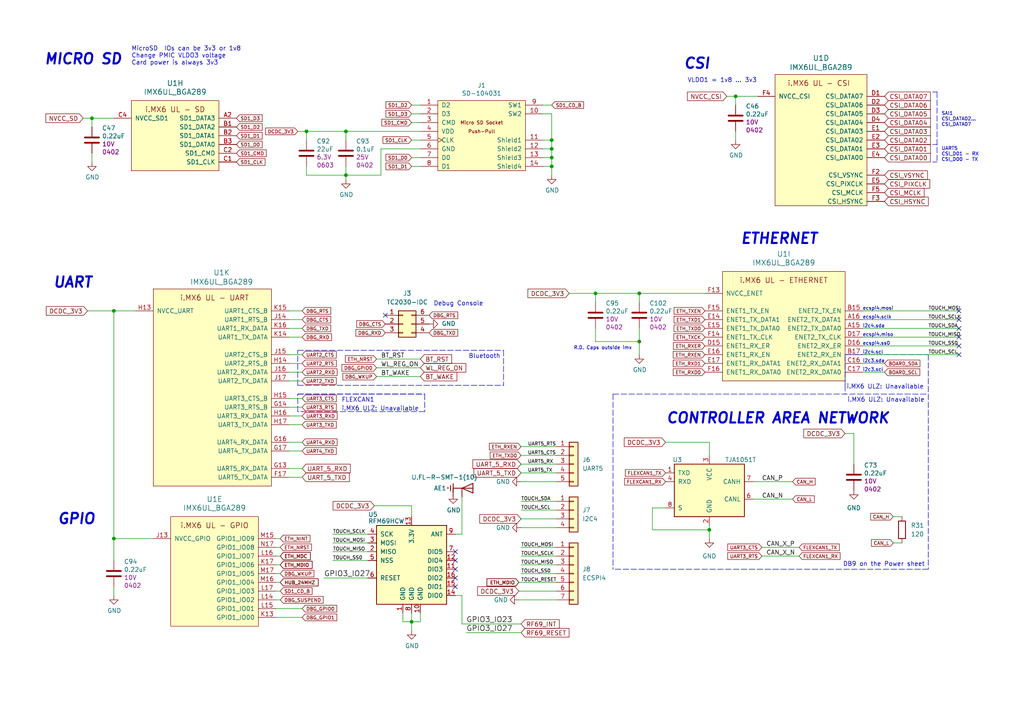
<source format=kicad_sch>
(kicad_sch (version 20211123) (generator eeschema)
  (paper "A4")
  (title_block (title "i.MX6ULL Peripherals 1"))
  (junction (at 33.02 156.21))
  (junction (at 33.02 90.17))
  (junction (at 160.02 45.72))
  (junction (at 26.67 34.29))
  (junction (at 205.74 153.67))
  (junction (at 160.02 48.26))
  (junction (at 119.38 180.34))
  (junction (at 100.33 38.1))
  (junction (at 185.42 85.09))
  (junction (at 172.72 85.09))
  (junction (at 88.9 38.1))
  (junction (at 160.02 40.64))
  (junction (at 160.02 43.18))
  (junction (at 100.33 50.8))
  (junction (at 213.36 27.94))
  (junction (at 185.42 99.06))
  (no_connect (at 132.08 162.56))
  (no_connect (at 278.13 90.17))
  (no_connect (at 132.08 167.64))
  (no_connect (at 132.08 170.18))
  (no_connect (at 132.08 160.02))
  (no_connect (at 278.13 102.87))
  (no_connect (at 278.13 92.71))
  (no_connect (at 278.13 97.79))
  (no_connect (at 132.08 165.1))
  (no_connect (at 278.13 95.25))
  (no_connect (at 111.76 91.44))
  (no_connect (at 278.13 100.33))
  (polyline (pts (xy 123.19 119.38) (xy 86.36 119.38)))
  (wire (pts (xy 151.13 145.415) (xy 161.29 145.415)))
  (wire (pts (xy 245.11 125.73) (xy 247.65 125.73)))
  (wire (pts (xy 87.63 97.79) (xy 83.82 97.79)))
  (wire (pts (xy 250.19 105.41) (xy 256.54 105.41)))
  (wire (pts (xy 119.38 180.34) (xy 121.92 180.34)))
  (wire (pts (xy 24.13 34.29) (xy 26.67 34.29)))
  (wire (pts (xy 132.08 172.72) (xy 133.985 172.72)))
  (wire (pts (xy 133.985 144.145) (xy 133.985 154.94)))
  (wire (pts (xy 193.04 128.27) (xy 205.74 128.27)))
  (wire (pts (xy 133.985 154.94) (xy 132.08 154.94)))
  (wire (pts (xy 185.42 85.09) (xy 204.47 85.09)))
  (wire (pts (xy 83.82 107.95) (xy 87.63 107.95)))
  (wire (pts (xy 109.22 109.22) (xy 121.92 109.22)))
  (wire (pts (xy 83.82 138.43) (xy 87.63 138.43)))
  (wire (pts (xy 220.98 161.29) (xy 231.775 161.29)))
  (wire (pts (xy 213.36 27.94) (xy 213.36 30.48)))
  (wire (pts (xy 119.38 35.56) (xy 121.92 35.56)))
  (wire (pts (xy 160.02 48.26) (xy 160.02 50.8)))
  (wire (pts (xy 160.02 40.64) (xy 160.02 43.18)))
  (wire (pts (xy 80.01 176.53) (xy 87.63 176.53)))
  (wire (pts (xy 121.92 40.64) (xy 119.38 40.64)))
  (wire (pts (xy 88.9 38.1) (xy 100.33 38.1)))
  (wire (pts (xy 151.13 134.62) (xy 161.29 134.62)))
  (wire (pts (xy 83.82 102.87) (xy 87.63 102.87)))
  (wire (pts (xy 96.52 160.02) (xy 106.68 160.02)))
  (polyline (pts (xy 177.8 114.3) (xy 177.8 165.1)))
  (wire (pts (xy 33.02 170.18) (xy 33.02 172.72)))
  (wire (pts (xy 83.82 90.17) (xy 87.63 90.17)))
  (wire (pts (xy 150.495 173.99) (xy 161.29 173.99)))
  (wire (pts (xy 205.74 153.67) (xy 205.74 156.21)))
  (wire (pts (xy 151.13 150.495) (xy 161.29 150.495)))
  (wire (pts (xy 119.38 45.72) (xy 121.92 45.72)))
  (wire (pts (xy 193.04 147.32) (xy 189.23 147.32)))
  (wire (pts (xy 87.63 179.07) (xy 80.01 179.07)))
  (wire (pts (xy 189.23 147.32) (xy 189.23 153.67)))
  (wire (pts (xy 157.48 48.26) (xy 160.02 48.26)))
  (wire (pts (xy 172.72 95.25) (xy 172.72 99.06)))
  (wire (pts (xy 26.67 44.45) (xy 26.67 46.99)))
  (wire (pts (xy 83.82 128.27) (xy 87.63 128.27)))
  (wire (pts (xy 250.19 95.25) (xy 278.13 95.25)))
  (polyline (pts (xy 146.05 101.6) (xy 146.05 111.76)))
  (wire (pts (xy 151.13 163.83) (xy 161.29 163.83)))
  (wire (pts (xy 160.02 45.72) (xy 160.02 48.26)))
  (wire (pts (xy 26.67 34.29) (xy 26.67 36.83)))
  (wire (pts (xy 121.92 33.02) (xy 119.38 33.02)))
  (wire (pts (xy 151.13 132.08) (xy 161.29 132.08)))
  (wire (pts (xy 87.63 92.71) (xy 83.82 92.71)))
  (wire (pts (xy 172.72 99.06) (xy 185.42 99.06)))
  (wire (pts (xy 150.495 168.91) (xy 161.29 168.91)))
  (wire (pts (xy 87.63 110.49) (xy 83.82 110.49)))
  (wire (pts (xy 165.1 85.09) (xy 172.72 85.09)))
  (wire (pts (xy 81.28 168.91) (xy 80.01 168.91)))
  (wire (pts (xy 213.36 38.1) (xy 213.36 40.64)))
  (wire (pts (xy 81.28 163.83) (xy 80.01 163.83)))
  (wire (pts (xy 250.19 102.87) (xy 278.13 102.87)))
  (wire (pts (xy 185.42 85.09) (xy 185.42 87.63)))
  (wire (pts (xy 205.74 152.4) (xy 205.74 153.67)))
  (wire (pts (xy 218.44 139.7) (xy 229.87 139.7)))
  (wire (pts (xy 259.08 157.48) (xy 261.62 157.48)))
  (wire (pts (xy 131.445 144.145) (xy 131.445 143.51)))
  (wire (pts (xy 213.36 27.94) (xy 219.71 27.94)))
  (wire (pts (xy 116.84 180.34) (xy 116.84 177.8)))
  (wire (pts (xy 250.19 92.71) (xy 278.13 92.71)))
  (wire (pts (xy 160.02 40.64) (xy 157.48 40.64)))
  (wire (pts (xy 33.02 90.17) (xy 39.37 90.17)))
  (wire (pts (xy 87.63 130.81) (xy 83.82 130.81)))
  (polyline (pts (xy 269.24 102.87) (xy 269.24 114.3)))
  (wire (pts (xy 151.13 166.37) (xy 161.29 166.37)))
  (wire (pts (xy 100.33 50.8) (xy 100.33 52.07)))
  (polyline (pts (xy 245.11 111.76) (xy 245.11 102.87)))
  (wire (pts (xy 86.36 38.1) (xy 88.9 38.1)))
  (polyline (pts (xy 271.78 46.99) (xy 270.51 46.99)))
  (wire (pts (xy 172.72 85.09) (xy 185.42 85.09)))
  (polyline (pts (xy 86.36 101.6) (xy 146.05 101.6)))
  (wire (pts (xy 100.33 38.1) (xy 100.33 40.64)))
  (wire (pts (xy 157.48 33.02) (xy 160.02 33.02)))
  (wire (pts (xy 83.82 115.57) (xy 87.63 115.57)))
  (wire (pts (xy 250.19 100.33) (xy 278.13 100.33)))
  (wire (pts (xy 83.82 118.11) (xy 87.63 118.11)))
  (wire (pts (xy 189.23 153.67) (xy 205.74 153.67)))
  (wire (pts (xy 83.82 135.89) (xy 87.63 135.89)))
  (polyline (pts (xy 177.8 114.3) (xy 269.24 114.3)))
  (wire (pts (xy 83.82 120.65) (xy 87.63 120.65)))
  (wire (pts (xy 119.38 30.48) (xy 121.92 30.48)))
  (wire (pts (xy 110.49 43.18) (xy 121.92 43.18)))
  (wire (pts (xy 119.38 182.88) (xy 119.38 180.34)))
  (wire (pts (xy 160.02 30.48) (xy 157.48 30.48)))
  (wire (pts (xy 80.01 158.75) (xy 81.28 158.75)))
  (wire (pts (xy 100.33 38.1) (xy 121.92 38.1)))
  (wire (pts (xy 96.52 162.56) (xy 106.68 162.56)))
  (polyline (pts (xy 86.36 114.3) (xy 123.19 114.3)))
  (wire (pts (xy 210.82 27.94) (xy 213.36 27.94)))
  (wire (pts (xy 83.82 95.25) (xy 87.63 95.25)))
  (wire (pts (xy 218.44 144.78) (xy 229.87 144.78)))
  (wire (pts (xy 80.01 161.29) (xy 81.28 161.29)))
  (wire (pts (xy 119.38 180.34) (xy 116.84 180.34)))
  (polyline (pts (xy 123.19 114.3) (xy 123.19 119.38)))
  (wire (pts (xy 185.42 99.06) (xy 185.42 95.25)))
  (wire (pts (xy 110.49 50.8) (xy 110.49 43.18)))
  (wire (pts (xy 250.19 97.79) (xy 278.13 97.79)))
  (polyline (pts (xy 86.36 114.3) (xy 123.19 114.3)))
  (wire (pts (xy 80.01 173.99) (xy 81.28 173.99)))
  (wire (pts (xy 256.54 107.95) (xy 250.19 107.95)))
  (polyline (pts (xy 86.36 111.76) (xy 146.05 111.76)))
  (wire (pts (xy 247.65 125.73) (xy 247.65 134.62)))
  (wire (pts (xy 151.13 137.16) (xy 161.29 137.16)))
  (wire (pts (xy 151.13 147.955) (xy 161.29 147.955)))
  (wire (pts (xy 26.67 34.29) (xy 33.02 34.29)))
  (wire (pts (xy 160.02 43.18) (xy 160.02 45.72)))
  (wire (pts (xy 119.38 146.685) (xy 119.38 149.86)))
  (wire (pts (xy 109.22 104.14) (xy 121.92 104.14)))
  (polyline (pts (xy 269.24 165.1) (xy 177.8 165.1)))
  (wire (pts (xy 157.48 43.18) (xy 160.02 43.18)))
  (wire (pts (xy 33.02 90.17) (xy 33.02 156.21)))
  (polyline (pts (xy 245.11 111.76) (xy 245.11 114.3)))
  (wire (pts (xy 121.92 177.8) (xy 121.92 180.34)))
  (wire (pts (xy 108.585 146.685) (xy 119.38 146.685)))
  (wire (pts (xy 151.13 153.035) (xy 161.29 153.035)))
  (wire (pts (xy 25.4 90.17) (xy 33.02 90.17)))
  (wire (pts (xy 151.13 139.7) (xy 161.29 139.7)))
  (wire (pts (xy 205.74 128.27) (xy 205.74 132.08)))
  (polyline (pts (xy 86.36 119.38) (xy 86.36 114.3)))
  (polyline (pts (xy 271.78 41.91) (xy 270.51 41.91)))
  (wire (pts (xy 96.52 154.94) (xy 106.68 154.94)))
  (wire (pts (xy 33.02 156.21) (xy 44.45 156.21)))
  (wire (pts (xy 133.985 180.975) (xy 151.13 180.975)))
  (wire (pts (xy 135.255 183.515) (xy 151.13 183.515)))
  (wire (pts (xy 83.82 123.19) (xy 87.63 123.19)))
  (polyline (pts (xy 245.11 102.87) (xy 269.24 102.87)))
  (wire (pts (xy 88.9 50.8) (xy 100.33 50.8)))
  (wire (pts (xy 88.9 48.26) (xy 88.9 50.8)))
  (polyline (pts (xy 86.36 111.76) (xy 86.36 101.6)))
  (polyline (pts (xy 270.51 26.67) (xy 271.78 26.67)))
  (wire (pts (xy 81.28 156.21) (xy 80.01 156.21)))
  (wire (pts (xy 185.42 102.87) (xy 185.42 99.06)))
  (wire (pts (xy 96.52 157.48) (xy 106.68 157.48)))
  (wire (pts (xy 151.13 129.54) (xy 161.29 129.54)))
  (wire (pts (xy 121.92 48.26) (xy 119.38 48.26)))
  (wire (pts (xy 133.985 172.72) (xy 133.985 180.975)))
  (wire (pts (xy 100.33 48.26) (xy 100.33 50.8)))
  (wire (pts (xy 150.495 171.45) (xy 161.29 171.45)))
  (wire (pts (xy 250.19 90.17) (xy 278.13 90.17)))
  (wire (pts (xy 81.28 171.45) (xy 80.01 171.45)))
  (polyline (pts (xy 271.78 26.67) (xy 271.78 46.99)))
  (polyline (pts (xy 269.24 114.3) (xy 269.24 165.1)))
  (wire (pts (xy 160.02 33.02) (xy 160.02 40.64)))
  (wire (pts (xy 109.22 106.68) (xy 121.92 106.68)))
  (wire (pts (xy 160.02 45.72) (xy 157.48 45.72)))
  (wire (pts (xy 81.28 166.37) (xy 80.01 166.37)))
  (wire (pts (xy 93.98 167.64) (xy 106.68 167.64)))
  (wire (pts (xy 220.98 158.75) (xy 231.775 158.75)))
  (wire (pts (xy 33.02 156.21) (xy 33.02 162.56)))
  (wire (pts (xy 119.38 177.8) (xy 119.38 180.34)))
  (wire (pts (xy 88.9 40.64) (xy 88.9 38.1)))
  (wire (pts (xy 151.13 158.75) (xy 161.29 158.75)))
  (wire (pts (xy 100.33 50.8) (xy 110.49 50.8)))
  (wire (pts (xy 151.13 161.29) (xy 161.29 161.29)))
  (wire (pts (xy 87.63 105.41) (xy 83.82 105.41)))
  (wire (pts (xy 172.72 85.09) (xy 172.72 87.63)))
  (wire (pts (xy 259.08 149.86) (xy 261.62 149.86)))
  (text "i.MX6 ULZ: Unavailable" (at 99.06 119.38 0) (effects (font (size 1.27 1.27)) (justify left bottom)))
  (text "CONTROLLER AREA NETWORK" (at 193.04 123.19 0) (effects (font (size 2.9972 2.9972) (thickness 0.5994) bold italic) (justify left bottom)))
  (text "UART5\nCSI_D01 - RX\nCSI_D00 - TX" (at 273.05 46.99 0) (effects (font (size 0.9906 0.9906)) (justify left bottom)))
  (text "i.MX6 ULZ: Unavailable" (at 245.745 116.84 0) (effects (font (size 1.27 1.27)) (justify left bottom)))
  (text "i2c3.scl" (at 250.19 107.95 0) (effects (font (size 0.9906 0.9906)) (justify left bottom)))
  (text "i2c3.sda" (at 250.19 105.41 0) (effects (font (size 0.9906 0.9906)) (justify left bottom)))
  (text "Bluetooth" (at 135.89 104.14 0) (effects (font (size 1.27 1.27)) (justify left bottom)))
  (text "ETHERNET" (at 214.63 71.12 0) (effects (font (size 2.9972 2.9972) (thickness 0.5994) bold italic) (justify left bottom)))
  (text "ecspi4.sclk" (at 250.19 92.71 0) (effects (font (size 0.9906 0.9906)) (justify left bottom)))
  (text "MicroSD  IOs can be 3v3 or 1v8\nChange PMIC VLDO3 voltage\nCard power is always 3v3" (at 38.1 19.05 0) (effects (font (size 1.27 1.27)) (justify left bottom)))
  (text "GPIO" (at 16.51 152.4 0) (effects (font (size 2.9972 2.9972) (thickness 0.5994) bold italic) (justify left bottom)))
  (text "i2c4.scl" (at 250.19 102.87 0) (effects (font (size 0.9906 0.9906)) (justify left bottom)))
  (text "SAI1\nCSI_DATA02...\nCSI_DATA07" (at 273.05 36.83 0) (effects (font (size 0.9906 0.9906)) (justify left bottom)))
  (text "MICRO SD" (at 12.7 19.05 0) (effects (font (size 2.9972 2.9972) (thickness 0.5994) bold italic) (justify left bottom)))
  (text "i2c4.sda" (at 250.19 95.25 0) (effects (font (size 0.9906 0.9906)) (justify left bottom)))
  (text "ecspi4.mosi" (at 250.19 90.17 0) (effects (font (size 0.9906 0.9906)) (justify left bottom)))
  (text "i.MX6 ULZ: Unavailable" (at 267.97 113.03 180) (effects (font (size 1.27 1.27)) (justify right bottom)))
  (text "DB9 on the Power sheet" (at 244.475 164.465 0) (effects (font (size 1.27 1.27)) (justify left bottom)))
  (text "CSI" (at 198.12 20.32 0) (effects (font (size 2.9972 2.9972) (thickness 0.5994) bold italic) (justify left bottom)))
  (text "FLEXCAN1" (at 99.06 116.84 0) (effects (font (size 1.27 1.27)) (justify left bottom)))
  (text "Debug Console" (at 125.73 88.9 0) (effects (font (size 1.27 1.27)) (justify left bottom)))
  (text "VLDO1 = 1v8 ... 3v3" (at 199.39 24.13 0) (effects (font (size 1.27 1.27)) (justify left bottom)))
  (text "ecspi4.ss0" (at 250.19 100.33 0) (effects (font (size 0.9906 0.9906)) (justify left bottom)))
  (text "R.D. Caps outside imx" (at 166.37 101.6 0) (effects (font (size 0.9906 0.9906)) (justify left bottom)))
  (text "ecspi4.miso" (at 250.19 97.79 0) (effects (font (size 0.9906 0.9906)) (justify left bottom)))
  (text "UART" (at 15.24 83.82 0) (effects (font (size 2.9972 2.9972) (thickness 0.5994) bold italic) (justify left bottom)))
  (label "TOUCH_RESET" (at 151.13 168.91 0) (effects (font (size 0.9906 0.9906))))
  (label "CAN_X_N" (at 222.25 161.29 0))
  (label "CAN_N" (at 220.98 144.78 0))
  (label "GPIO3_IO27" (at 135.255 183.515 0) (effects (font (size 1.524 1.524))))
  (label "BT_WAKE" (at 110.49 109.22 0))
  (label "GPIO3_IO27" (at 93.98 167.64 0) (effects (font (size 1.524 1.524))))
  (label "TOUCH_SCL" (at 151.13 147.955 0) (effects (font (size 0.9906 0.9906))))
  (label "TOUCH_SDA" (at 151.13 145.415 0) (effects (font (size 0.9906 0.9906))))
  (label "UART5_RX" (at 153.035 134.62 0) (effects (font (size 0.9906 0.9906))))
  (label "TOUCH_SCLK" (at 151.13 161.29 0) (effects (font (size 0.9906 0.9906))))
  (label "TOUCH_SCLK" (at 96.52 154.94 0) (effects (font (size 0.9906 0.9906))))
  (label "TOUCH_SCL" (at 269.24 102.87 0) (effects (font (size 0.9906 0.9906))))
  (label "TOUCH_MOSI" (at 151.13 158.75 0) (effects (font (size 0.9906 0.9906))))
  (label "TOUCH_MOSI" (at 96.52 157.48 0) (effects (font (size 0.9906 0.9906))))
  (label "UART5_CTS" (at 153.035 132.08 0) (effects (font (size 0.9906 0.9906))))
  (label "CAN_X_P" (at 222.25 158.75 0))
  (label "TOUCH_SCLK" (at 269.24 92.71 0) (effects (font (size 0.9906 0.9906))))
  (label "TOUCH_MOSI" (at 269.24 90.17 0) (effects (font (size 0.9906 0.9906))))
  (label "TOUCH_MISO" (at 269.24 97.79 0) (effects (font (size 0.9906 0.9906))))
  (label "UART5_TX" (at 153.035 137.16 0) (effects (font (size 0.9906 0.9906))))
  (label "UART5_RTS" (at 161.29 129.54 180) (effects (font (size 0.9906 0.9906))))
  (label "TOUCH_SS0" (at 151.13 166.37 0) (effects (font (size 0.9906 0.9906))))
  (label "TOUCH_MISO" (at 151.13 163.83 0) (effects (font (size 0.9906 0.9906))))
  (label "TOUCH_SS0" (at 269.24 100.33 0) (effects (font (size 0.9906 0.9906))))
  (label "BT_RST" (at 110.49 104.14 0))
  (label "TOUCH_SDA" (at 269.24 95.25 0) (effects (font (size 0.9906 0.9906))))
  (label "TOUCH_SS0" (at 96.52 162.56 0) (effects (font (size 0.9906 0.9906))))
  (label "TOUCH_MISO" (at 96.52 160.02 0) (effects (font (size 0.9906 0.9906))))
  (label "WL_REG_ON" (at 110.49 106.68 0))
  (label "CAN_P" (at 220.98 139.7 0))
  (label "GPIO3_IO23" (at 135.255 180.975 0) (effects (font (size 1.524 1.524))))
  (global_label "DBG_WKUP" (shape input) (at 109.22 109.22 180) (effects (font (size 0.9906 0.9906))) (property "Intersheet References" "${INTERSHEET_REFS}" (effects hide)))
  (global_label "SD1_D1" (shape input) (at 119.38 48.26 180) (effects (font (size 0.9906 0.9906))) (property "Intersheet References" "${INTERSHEET_REFS}" (effects hide)))
  (global_label "DCDC_3V3" (shape input) (at 86.36 38.1 180) (effects (font (size 0.9906 0.9906))) (property "Intersheet References" "${INTERSHEET_REFS}" (effects hide)))
  (global_label "UART3_CTS" (shape input) (at 220.98 158.75 180) (effects (font (size 0.9906 0.9906))) (property "Intersheet References" "${INTERSHEET_REFS}" (effects hide)))
  (global_label "DBG_TXD" (shape input) (at 87.63 95.25 0) (effects (font (size 0.9906 0.9906))) (property "Intersheet References" "${INTERSHEET_REFS}" (effects hide)))
  (global_label "CSI_VSYNC" (shape input) (at 256.54 50.8 0) (property "Intersheet References" "${INTERSHEET_REFS}" (effects hide)))
  (global_label "UART3_CTS" (shape input) (at 87.63 115.57 0) (effects (font (size 0.9906 0.9906))) (property "Intersheet References" "${INTERSHEET_REFS}" (effects hide)))
  (global_label "UART2_CTS" (shape input) (at 87.63 102.87 0) (effects (font (size 0.9906 0.9906))) (property "Intersheet References" "${INTERSHEET_REFS}" (effects hide)))
  (global_label "DCDC_3V3" (shape input) (at 151.13 150.495 180) (property "Intersheet References" "${INTERSHEET_REFS}" (effects hide)))
  (global_label "ETH_NRST" (shape input) (at 81.28 158.75 0) (effects (font (size 0.9906 0.9906))) (property "Intersheet References" "${INTERSHEET_REFS}" (effects hide)))
  (global_label "CSI_DATA00" (shape input) (at 256.54 45.72 0) (property "Intersheet References" "${INTERSHEET_REFS}" (effects hide)))
  (global_label "BT_RST" (shape input) (at 121.92 104.14 0) (property "Intersheet References" "${INTERSHEET_REFS}" (effects hide)))
  (global_label "ETH_RXEN" (shape input) (at 204.47 102.87 180) (effects (font (size 0.9906 0.9906))) (property "Intersheet References" "${INTERSHEET_REFS}" (effects hide)))
  (global_label "DBG_GPIO0" (shape input) (at 109.22 106.68 180) (effects (font (size 0.9906 0.9906))) (property "Intersheet References" "${INTERSHEET_REFS}" (effects hide)))
  (global_label "DBG_GPIO1" (shape input) (at 87.63 179.07 0) (effects (font (size 0.9906 0.9906))) (property "Intersheet References" "${INTERSHEET_REFS}" (effects hide)))
  (global_label "UART2_RTS" (shape input) (at 87.63 105.41 0) (effects (font (size 0.9906 0.9906))) (property "Intersheet References" "${INTERSHEET_REFS}" (effects hide)))
  (global_label "CSI_DATA06" (shape input) (at 256.54 30.48 0) (property "Intersheet References" "${INTERSHEET_REFS}" (effects hide)))
  (global_label "DCDC_3V3" (shape input) (at 245.11 125.73 180) (property "Intersheet References" "${INTERSHEET_REFS}" (effects hide)))
  (global_label "DBG_RXD" (shape input) (at 111.76 96.52 180) (effects (font (size 0.9906 0.9906))) (property "Intersheet References" "${INTERSHEET_REFS}" (effects hide)))
  (global_label "DBG_RTS" (shape input) (at 87.63 90.17 0) (effects (font (size 0.9906 0.9906))) (property "Intersheet References" "${INTERSHEET_REFS}" (effects hide)))
  (global_label "UART3_TXD" (shape input) (at 87.63 123.19 0) (effects (font (size 0.9906 0.9906))) (property "Intersheet References" "${INTERSHEET_REFS}" (effects hide)))
  (global_label "DCDC_3V3" (shape input) (at 25.4 90.17 180) (property "Intersheet References" "${INTERSHEET_REFS}" (effects hide)))
  (global_label "SD1_D1" (shape input) (at 68.58 39.37 0) (effects (font (size 0.9906 0.9906))) (property "Intersheet References" "${INTERSHEET_REFS}" (effects hide)))
  (global_label "DBG_SUSPEND" (shape input) (at 81.28 173.99 0) (effects (font (size 0.9906 0.9906))) (property "Intersheet References" "${INTERSHEET_REFS}" (effects hide)))
  (global_label "ETH_NINT" (shape input) (at 81.28 156.21 0) (effects (font (size 0.9906 0.9906))) (property "Intersheet References" "${INTERSHEET_REFS}" (effects hide)))
  (global_label "HUB_24MHZ" (shape input) (at 81.28 168.91 0) (effects (font (size 0.9906 0.9906) (thickness 0.1981) bold)) (property "Intersheet References" "${INTERSHEET_REFS}" (effects hide)))
  (global_label "DBG_CTS" (shape input) (at 111.76 93.98 180) (effects (font (size 0.9906 0.9906))) (property "Intersheet References" "${INTERSHEET_REFS}" (effects hide)))
  (global_label "CSI_DATA02" (shape input) (at 256.54 40.64 0) (property "Intersheet References" "${INTERSHEET_REFS}" (effects hide)))
  (global_label "DCDC_3V3" (shape input) (at 193.04 128.27 180) (property "Intersheet References" "${INTERSHEET_REFS}" (effects hide)))
  (global_label "CAN_H" (shape input) (at 259.08 149.86 180) (effects (font (size 0.9906 0.9906))) (property "Intersheet References" "${INTERSHEET_REFS}" (effects hide)))
  (global_label "UART_5_RXD" (shape input) (at 151.13 134.62 180) (property "Intersheet References" "${INTERSHEET_REFS}" (effects hide)))
  (global_label "DBG_RXD" (shape input) (at 87.63 97.79 0) (effects (font (size 0.9906 0.9906))) (property "Intersheet References" "${INTERSHEET_REFS}" (effects hide)))
  (global_label "ETH_RXEN" (shape input) (at 151.13 129.54 180) (effects (font (size 0.9906 0.9906))) (property "Intersheet References" "${INTERSHEET_REFS}" (effects hide)))
  (global_label "WL_REG_ON" (shape input) (at 121.92 106.68 0) (property "Intersheet References" "${INTERSHEET_REFS}" (effects hide)))
  (global_label "ETH_NRST" (shape input) (at 109.22 104.14 180) (effects (font (size 0.9906 0.9906))) (property "Intersheet References" "${INTERSHEET_REFS}" (effects hide)))
  (global_label "DBG_WKUP" (shape input) (at 81.28 166.37 0) (effects (font (size 0.9906 0.9906))) (property "Intersheet References" "${INTERSHEET_REFS}" (effects hide)))
  (global_label "SD1_D0" (shape input) (at 119.38 45.72 180) (effects (font (size 0.9906 0.9906))) (property "Intersheet References" "${INTERSHEET_REFS}" (effects hide)))
  (global_label "CAN_L" (shape input) (at 259.08 157.48 180) (effects (font (size 0.9906 0.9906))) (property "Intersheet References" "${INTERSHEET_REFS}" (effects hide)))
  (global_label "DCDC_3V3" (shape input) (at 165.1 85.09 180) (property "Intersheet References" "${INTERSHEET_REFS}" (effects hide)))
  (global_label "NVCC_CSI" (shape input) (at 210.82 27.94 180) (property "Intersheet References" "${INTERSHEET_REFS}" (effects hide)))
  (global_label "SD1_CMD" (shape input) (at 119.38 35.56 180) (effects (font (size 0.9906 0.9906))) (property "Intersheet References" "${INTERSHEET_REFS}" (effects hide)))
  (global_label "ETH_MDIO" (shape input) (at 81.28 163.83 0) (effects (font (size 0.9906 0.9906) (thickness 0.1981) bold)) (property "Intersheet References" "${INTERSHEET_REFS}" (effects hide)))
  (global_label "CSI_PIXCLK" (shape input) (at 256.54 53.34 0) (property "Intersheet References" "${INTERSHEET_REFS}" (effects hide)))
  (global_label "BOARD_SDA" (shape input) (at 256.54 105.41 0) (effects (font (size 0.9906 0.9906))) (property "Intersheet References" "${INTERSHEET_REFS}" (effects hide)))
  (global_label "RF69_INT" (shape input) (at 151.13 180.975 0) (property "Intersheet References" "${INTERSHEET_REFS}" (effects hide)))
  (global_label "SD1_CLK" (shape input) (at 119.38 40.64 180) (effects (font (size 0.9906 0.9906))) (property "Intersheet References" "${INTERSHEET_REFS}" (effects hide)))
  (global_label "SD1_D3" (shape input) (at 119.38 33.02 180) (effects (font (size 0.9906 0.9906))) (property "Intersheet References" "${INTERSHEET_REFS}" (effects hide)))
  (global_label "FLEXCAN1_RX" (shape input) (at 231.775 161.29 0) (effects (font (size 0.9906 0.9906))) (property "Intersheet References" "${INTERSHEET_REFS}" (effects hide)))
  (global_label "CSI_DATA01" (shape input) (at 256.54 43.18 0) (property "Intersheet References" "${INTERSHEET_REFS}" (effects hide)))
  (global_label "CSI_DATA04" (shape input) (at 256.54 35.56 0) (property "Intersheet References" "${INTERSHEET_REFS}" (effects hide)))
  (global_label "UART_5_RXD" (shape input) (at 87.63 135.89 0) (property "Intersheet References" "${INTERSHEET_REFS}" (effects hide)))
  (global_label "RF69_RESET" (shape input) (at 151.13 183.515 0) (property "Intersheet References" "${INTERSHEET_REFS}" (effects hide)))
  (global_label "ETH_RXD1" (shape input) (at 204.47 105.41 180) (effects (font (size 0.9906 0.9906))) (property "Intersheet References" "${INTERSHEET_REFS}" (effects hide)))
  (global_label "ETH_TXD0" (shape input) (at 204.47 95.25 180) (effects (font (size 0.9906 0.9906))) (property "Intersheet References" "${INTERSHEET_REFS}" (effects hide)))
  (global_label "DBG_GPIO0" (shape input) (at 87.63 176.53 0) (effects (font (size 0.9906 0.9906))) (property "Intersheet References" "${INTERSHEET_REFS}" (effects hide)))
  (global_label "SD1_CD_B" (shape input) (at 81.28 171.45 0) (effects (font (size 0.9906 0.9906))) (property "Intersheet References" "${INTERSHEET_REFS}" (effects hide)))
  (global_label "UART3_RTS" (shape input) (at 87.63 118.11 0) (effects (font (size 0.9906 0.9906))) (property "Intersheet References" "${INTERSHEET_REFS}" (effects hide)))
  (global_label "ETH_MDC" (shape input) (at 81.28 161.29 0) (effects (font (size 0.9906 0.9906) (thickness 0.1981) bold)) (property "Intersheet References" "${INTERSHEET_REFS}" (effects hide)))
  (global_label "ETH_TXD0" (shape input) (at 151.13 132.08 180) (effects (font (size 0.9906 0.9906))) (property "Intersheet References" "${INTERSHEET_REFS}" (effects hide)))
  (global_label "CAN_L" (shape input) (at 229.87 144.78 0) (effects (font (size 0.9906 0.9906))) (property "Intersheet References" "${INTERSHEET_REFS}" (effects hide)))
  (global_label "SD1_CD_B" (shape input) (at 160.02 30.48 0) (effects (font (size 0.9906 0.9906))) (property "Intersheet References" "${INTERSHEET_REFS}" (effects hide)))
  (global_label "UART2_RXD" (shape input) (at 87.63 107.95 0) (effects (font (size 0.9906 0.9906))) (property "Intersheet References" "${INTERSHEET_REFS}" (effects hide)))
  (global_label "SD1_D3" (shape input) (at 68.58 34.29 0) (effects (font (size 0.9906 0.9906))) (property "Intersheet References" "${INTERSHEET_REFS}" (effects hide)))
  (global_label "SD1_D2" (shape input) (at 68.58 36.83 0) (effects (font (size 0.9906 0.9906))) (property "Intersheet References" "${INTERSHEET_REFS}" (effects hide)))
  (global_label "UART2_TXD" (shape input) (at 87.63 110.49 0) (effects (font (size 0.9906 0.9906))) (property "Intersheet References" "${INTERSHEET_REFS}" (effects hide)))
  (global_label "ETH_RXER" (shape input) (at 204.47 100.33 180) (effects (font (size 0.9906 0.9906))) (property "Intersheet References" "${INTERSHEET_REFS}" (effects hide)))
  (global_label "CSI_DATA05" (shape input) (at 256.54 33.02 0) (property "Intersheet References" "${INTERSHEET_REFS}" (effects hide)))
  (global_label "SD1_CMD" (shape input) (at 68.58 44.45 0) (effects (font (size 0.9906 0.9906))) (property "Intersheet References" "${INTERSHEET_REFS}" (effects hide)))
  (global_label "CAN_H" (shape input) (at 229.87 139.7 0) (effects (font (size 0.9906 0.9906))) (property "Intersheet References" "${INTERSHEET_REFS}" (effects hide)))
  (global_label "BOARD_SCL" (shape input) (at 256.54 107.95 0) (effects (font (size 0.9906 0.9906))) (property "Intersheet References" "${INTERSHEET_REFS}" (effects hide)))
  (global_label "UART3_RXD" (shape input) (at 87.63 120.65 0) (effects (font (size 0.9906 0.9906))) (property "Intersheet References" "${INTERSHEET_REFS}" (effects hide)))
  (global_label "ETH_RXD0" (shape input) (at 204.47 107.95 180) (effects (font (size 0.9906 0.9906))) (property "Intersheet References" "${INTERSHEET_REFS}" (effects hide)))
  (global_label "CSI_DATA03" (shape input) (at 256.54 38.1 0) (property "Intersheet References" "${INTERSHEET_REFS}" (effects hide)))
  (global_label "FLEXCAN1_TX" (shape input) (at 193.04 137.16 180) (effects (font (size 0.9906 0.9906))) (property "Intersheet References" "${INTERSHEET_REFS}" (effects hide)))
  (global_label "ETH_TXD1" (shape input) (at 204.47 92.71 180) (effects (font (size 0.9906 0.9906))) (property "Intersheet References" "${INTERSHEET_REFS}" (effects hide)))
  (global_label "SD1_D0" (shape input) (at 68.58 41.91 0) (effects (font (size 0.9906 0.9906))) (property "Intersheet References" "${INTERSHEET_REFS}" (effects hide)))
  (global_label "FLEXCAN1_TX" (shape input) (at 231.775 158.75 0) (effects (font (size 0.9906 0.9906))) (property "Intersheet References" "${INTERSHEET_REFS}" (effects hide)))
  (global_label "DBG_RTS" (shape input) (at 124.46 91.44 0) (effects (font (size 0.9906 0.9906))) (property "Intersheet References" "${INTERSHEET_REFS}" (effects hide)))
  (global_label "UART4_TXD" (shape input) (at 87.63 130.81 0) (effects (font (size 0.9906 0.9906))) (property "Intersheet References" "${INTERSHEET_REFS}" (effects hide)))
  (global_label "DBG_TXD" (shape input) (at 124.46 96.52 0) (effects (font (size 0.9906 0.9906))) (property "Intersheet References" "${INTERSHEET_REFS}" (effects hide)))
  (global_label "DCDC_3V3" (shape input) (at 150.495 171.45 180) (property "Intersheet References" "${INTERSHEET_REFS}" (effects hide)))
  (global_label "ETH_MDIO" (shape input) (at 150.495 168.91 180) (effects (font (size 0.9906 0.9906) (thickness 0.1981) bold)) (property "Intersheet References" "${INTERSHEET_REFS}" (effects hide)))
  (global_label "SD1_D2" (shape input) (at 119.38 30.48 180) (effects (font (size 0.9906 0.9906))) (property "Intersheet References" "${INTERSHEET_REFS}" (effects hide)))
  (global_label "ETH_TXEN" (shape input) (at 204.47 90.17 180) (effects (font (size 0.9906 0.9906))) (property "Intersheet References" "${INTERSHEET_REFS}" (effects hide)))
  (global_label "FLEXCAN1_RX" (shape input) (at 193.04 139.7 180) (effects (font (size 0.9906 0.9906))) (property "Intersheet References" "${INTERSHEET_REFS}" (effects hide)))
  (global_label "DBG_CTS" (shape input) (at 87.63 92.71 0) (effects (font (size 0.9906 0.9906))) (property "Intersheet References" "${INTERSHEET_REFS}" (effects hide)))
  (global_label "UART3_RTS" (shape input) (at 220.98 161.29 180) (effects (font (size 0.9906 0.9906))) (property "Intersheet References" "${INTERSHEET_REFS}" (effects hide)))
  (global_label "ETH_TXCK" (shape input) (at 204.47 97.79 180) (effects (font (size 0.9906 0.9906))) (property "Intersheet References" "${INTERSHEET_REFS}" (effects hide)))
  (global_label "SD1_CLK" (shape input) (at 68.58 46.99 0) (effects (font (size 0.9906 0.9906))) (property "Intersheet References" "${INTERSHEET_REFS}" (effects hide)))
  (global_label "CSI_DATA07" (shape input) (at 256.54 27.94 0) (property "Intersheet References" "${INTERSHEET_REFS}" (effects hide)))
  (global_label "UART4_RXD" (shape input) (at 87.63 128.27 0) (effects (font (size 0.9906 0.9906))) (property "Intersheet References" "${INTERSHEET_REFS}" (effects hide)))
  (global_label "CSI_MCLK" (shape input) (at 256.54 55.88 0) (property "Intersheet References" "${INTERSHEET_REFS}" (effects hide)))
  (global_label "CSI_HSYNC" (shape input) (at 256.54 58.42 0) (property "Intersheet References" "${INTERSHEET_REFS}" (effects hide)))
  (global_label "BT_WAKE" (shape input) (at 121.92 109.22 0) (property "Intersheet References" "${INTERSHEET_REFS}" (effects hide)))
  (global_label "NVCC_SD" (shape input) (at 24.13 34.29 180) (property "Intersheet References" "${INTERSHEET_REFS}" (effects hide)))
  (global_label "UART_5_TXD" (shape input) (at 151.13 137.16 180) (property "Intersheet References" "${INTERSHEET_REFS}" (effects hide)))
  (global_label "UART_5_TXD" (shape input) (at 87.63 138.43 0) (property "Intersheet References" "${INTERSHEET_REFS}" (effects hide)))
  (global_label "DCDC_3V3" (shape input) (at 108.585 146.685 180) (property "Intersheet References" "${INTERSHEET_REFS}" (effects hide)))
  (symbol (lib_id "custom_components:IMX6UL_BGA289") (at 62.23 149.86 0) (unit 5)
    (property "Reference" "U1" (at 62.23 144.78 0) (effects (font (size 1.524 1.524))))
    (property "Value" "IMX6UL_BGA289" (at 62.23 147.32 0) (effects (font (size 1.524 1.524))))
    (property "Footprint" "Custom Components:IMX6UL_BGA289" (effects hide))
    (property "DESCRIPTION" "ARM Cortex-A7 USB OTG 900MHz MAPBGA-289(14x14) Microcontroller Units (MCUs/MPUs/SOCs) ROHS" (effects hide))
    (property "LCSC" "C1555437" (effects hide))
    (property "MPN" "MCIMX6Z0DVM09AB" (effects hide))
    (property "PACKAGE" "C0402_CS" (effects hide))
  )
  (symbol (lib_id "custom_components:IMX6UL_BGA289") (at 227.33 78.74 0) (unit 9)
    (property "Reference" "U1" (at 227.33 73.66 0) (effects (font (size 1.524 1.524))))
    (property "Value" "IMX6UL_BGA289" (at 227.33 76.2 0) (effects (font (size 1.524 1.524))))
    (property "Footprint" "Custom Components:IMX6UL_BGA289" (effects hide))
    (property "DESCRIPTION" "ARM Cortex-A7 USB OTG 900MHz MAPBGA-289(14x14) Microcontroller Units (MCUs/MPUs/SOCs) ROHS" (effects hide))
    (property "LCSC" "C1555437" (effects hide))
    (property "MPN" "MCIMX6Z0DVM09AB" (effects hide))
    (property "PACKAGE" "C0402_CS" (effects hide))
  )
  (symbol (lib_id "custom_components:IMX6UL_BGA289") (at 62.23 83.82 0) (unit 11)
    (property "Reference" "U1" (at 64.2874 79.0702 0) (effects (font (size 1.524 1.524))))
    (property "Value" "IMX6UL_BGA289" (at 64.2874 81.7626 0) (effects (font (size 1.524 1.524))))
    (property "Footprint" "Custom Components:IMX6UL_BGA289" (effects hide))
    (property "DESCRIPTION" "ARM Cortex-A7 USB OTG 900MHz MAPBGA-289(14x14) Microcontroller Units (MCUs/MPUs/SOCs) ROHS" (effects hide))
    (property "LCSC" "C1555437" (effects hide))
    (property "MPN" "MCIMX6Z0DVM09AB" (effects hide))
    (property "PACKAGE" "C0402_CS" (effects hide))
  )
  (symbol (lib_id "custom_components:IMX6UL_BGA289") (at 50.8 29.21 0) (unit 8)
    (property "Reference" "U1" (at 50.8 24.13 0) (effects (font (size 1.524 1.524))))
    (property "Value" "IMX6UL_BGA289" (at 50.8 26.67 0) (effects (font (size 1.524 1.524))))
    (property "Footprint" "Custom Components:IMX6UL_BGA289" (effects hide))
    (property "DESCRIPTION" "ARM Cortex-A7 USB OTG 900MHz MAPBGA-289(14x14) Microcontroller Units (MCUs/MPUs/SOCs) ROHS" (effects hide))
    (property "LCSC" "C1555437" (effects hide))
    (property "MPN" "MCIMX6Z0DVM09AB" (effects hide))
    (property "PACKAGE" "C0402_CS" (effects hide))
  )
  (symbol (lib_id "custom_components:IMX6UL_BGA289") (at 237.49 21.59 0) (unit 4)
    (property "Reference" "U1" (at 238.125 16.8402 0) (effects (font (size 1.524 1.524))))
    (property "Value" "IMX6UL_BGA289" (at 238.125 19.5326 0) (effects (font (size 1.524 1.524))))
    (property "Footprint" "Custom Components:IMX6UL_BGA289" (effects hide))
    (property "DESCRIPTION" "ARM Cortex-A7 USB OTG 900MHz MAPBGA-289(14x14) Microcontroller Units (MCUs/MPUs/SOCs) ROHS" (effects hide))
    (property "LCSC" "C1555437" (effects hide))
    (property "MPN" "MCIMX6Z0DVM09AB" (effects hide))
    (property "PACKAGE" "C0402_CS" (effects hide))
  )
  (symbol (lib_id "Device:C") (at 172.72 91.44 0) (unit 1)
    (property "Reference" "C95" (at 175.641 87.9602 0) (effects (justify left)))
    (property "Value" "0.22uF" (at 175.641 90.2716 0) (effects (justify left)))
    (property "Footprint" "Custom Components:C_0402_narrow" (effects hide))
    (property "Voltage" "10V" (at 175.641 92.583 0) (effects (justify left)))
    (property "SMD size" "0402" (at 175.641 94.8944 0) (effects (justify left)))
    (property "LCSC" "C16772" (effects hide))
    (property "MPN" "CL05B224KO5NNNC" (effects hide))
    (property "DESCRIPTION" "CAP CER 0.22UF 25V X7R 0402" (effects hide))
    (property "PACKAGE" "0402" (effects hide))
  )
  (symbol (lib_id "Device:C") (at 185.42 91.44 0) (unit 1)
    (property "Reference" "C102" (at 188.341 87.9602 0) (effects (justify left)))
    (property "Value" "0.22uF" (at 188.341 90.2716 0) (effects (justify left)))
    (property "Footprint" "Custom Components:C_0402_narrow" (effects hide))
    (property "Voltage" "10V" (at 188.341 92.583 0) (effects (justify left)))
    (property "SMD size" "0402" (at 188.341 94.8944 0) (effects (justify left)))
    (property "LCSC" "C16772" (effects hide))
    (property "MPN" "CL05B224KO5NNNC" (effects hide))
    (property "DESCRIPTION" "CAP CER 0.22UF 25V X7R 0402" (effects hide))
    (property "PACKAGE" "0402" (effects hide))
  )
  (symbol (lib_id "Device:C") (at 26.67 40.64 0) (unit 1)
    (property "Reference" "C47" (at 29.591 37.1602 0) (effects (justify left)))
    (property "Value" "0.22uF" (at 29.591 39.4716 0) (effects (justify left)))
    (property "Footprint" "Custom Components:C_0402_narrow" (effects hide))
    (property "Voltage" "10V" (at 29.591 41.783 0) (effects (justify left)))
    (property "SMD size" "0402" (at 29.591 44.0944 0) (effects (justify left)))
    (property "LCSC" "C16772" (effects hide))
    (property "MPN" "CL05B224KO5NNNC" (effects hide))
    (property "DESCRIPTION" "CAP CER 0.22UF 25V X7R 0402" (effects hide))
    (property "PACKAGE" "0402" (effects hide))
  )
  (symbol (lib_id "power:GND") (at 185.42 102.87 0) (unit 1)
    (property "Reference" "#PWR036" (effects hide))
    (property "Value" "GND" (at 185.547 107.2642 0))
  )
  (symbol (lib_id "Device:C") (at 33.02 166.37 0) (unit 1)
    (property "Reference" "C94" (at 35.941 162.8902 0) (effects (justify left)))
    (property "Value" "0.22uF" (at 35.941 165.2016 0) (effects (justify left)))
    (property "Footprint" "Custom Components:C_0402_narrow" (effects hide))
    (property "Voltage" "10V" (at 35.941 167.513 0) (effects (justify left)))
    (property "SMD size" "0402" (at 35.941 169.8244 0) (effects (justify left)))
    (property "LCSC" "C16772" (effects hide))
    (property "MPN" "CL05B224KO5NNNC" (effects hide))
    (property "DESCRIPTION" "CAP CER 0.22UF 25V X7R 0402" (effects hide))
    (property "PACKAGE" "0402" (effects hide))
  )
  (symbol (lib_id "power:GND") (at 33.02 172.72 0) (unit 1)
    (property "Reference" "#PWR032" (effects hide))
    (property "Value" "GND" (at 33.147 177.1142 0))
  )
  (symbol (lib_id "power:GND") (at 26.67 46.99 0) (unit 1)
    (property "Reference" "#PWR025" (effects hide))
    (property "Value" "GND" (at 26.797 51.3842 0))
  )
  (symbol (lib_id "Device:C") (at 213.36 34.29 0) (unit 1)
    (property "Reference" "C46" (at 216.281 30.8102 0) (effects (justify left)))
    (property "Value" "0.22uF" (at 216.281 33.1216 0) (effects (justify left)))
    (property "Footprint" "Custom Components:C_0402_narrow" (effects hide))
    (property "Voltage" "10V" (at 216.281 35.433 0) (effects (justify left)))
    (property "SMD size" "0402" (at 216.281 37.7444 0) (effects (justify left)))
    (property "LCSC" "C16772" (effects hide))
    (property "MPN" "CL05B224KO5NNNC" (effects hide))
    (property "DESCRIPTION" "CAP CER 0.22UF 25V X7R 0402" (effects hide))
    (property "PACKAGE" "0402" (effects hide))
  )
  (symbol (lib_id "power:GND") (at 213.36 40.64 0) (unit 1)
    (property "Reference" "#PWR023" (effects hide))
    (property "Value" "GND" (at 213.487 45.0342 0))
  )
  (symbol (lib_id "custom_components:SD-104031") (at 139.7 27.94 0) (unit 1)
    (property "Reference" "J1" (at 139.7 24.765 0))
    (property "Value" "SD-104031" (at 139.7 27.0764 0))
    (property "Footprint" "Custom Components:uSD_104031" (effects hide))
    (property "Datasheet" "https://datasheet.lcsc.com/lcsc/2011171806_MOLEX-1040310811_C585350.pdf" (effects hide))
    (property "LCSC" "C585350" (effects hide))
    (property "PACKAGE" "SMD" (effects hide))
    (property "MPN" "1040310811" (effects hide))
  )
  (symbol (lib_id "power:GND") (at 160.02 50.8 0) (unit 1)
    (property "Reference" "#PWR030" (effects hide))
    (property "Value" "GND" (at 160.147 55.1942 0))
  )
  (symbol (lib_id "power:GND") (at 100.33 52.07 0) (unit 1)
    (property "Reference" "#PWR031" (effects hide))
    (property "Value" "GND" (at 100.457 56.4642 0))
  )
  (symbol (lib_id "Device:C") (at 88.9 44.45 0) (unit 1)
    (property "Reference" "C92" (at 91.821 40.9702 0) (effects (justify left)))
    (property "Value" "22uF" (at 91.821 43.2816 0) (effects (justify left)))
    (property "Footprint" "Custom Components:C_0603_narrow" (effects hide))
    (property "Voltage" "6.3V" (at 91.821 45.593 0) (effects (justify left)))
    (property "SMD size" "0603" (at 91.821 47.9044 0) (effects (justify left)))
    (property "LCSC" "C59461" (effects hide))
    (property "MPN" "CL10A226MQ8NRNC" (effects hide))
    (property "DESCRIPTION" "CAP CER 22UF 4V X5R 0603" (effects hide))
    (property "PACKAGE" "0603" (effects hide))
  )
  (symbol (lib_id "Device:C") (at 100.33 44.45 0) (unit 1)
    (property "Reference" "C93" (at 103.251 40.9702 0) (effects (justify left)))
    (property "Value" "0.1uF" (at 103.251 43.2816 0) (effects (justify left)))
    (property "Footprint" "Custom Components:C_0402_narrow" (effects hide))
    (property "Voltage" "25V" (at 103.251 45.593 0) (effects (justify left)))
    (property "SMD size" "0402" (at 103.251 47.9044 0) (effects (justify left)))
    (property "LCSC" "C14663" (effects hide))
    (property "MPN" "CC0603KRX7R9BB104" (effects hide))
    (property "PACKAGE" "0402" (effects hide))
    (property "DESCRIPTION" "CAP CER 0.1UF 50V X7R 0603" (effects hide))
  )
  (symbol (lib_id "power:GND") (at 151.13 153.035 270) (unit 1)
    (property "Reference" "#PWR0122" (effects hide))
    (property "Value" "GND" (at 147.955 153.0349 90) (effects (justify right)))
  )
  (symbol (lib_id "power:GND") (at 151.13 139.7 270) (unit 1)
    (property "Reference" "#PWR0121" (effects hide))
    (property "Value" "GND" (at 147.955 139.6999 90) (effects (justify right)))
  )
  (symbol (lib_id "Interface_CAN_LIN:TJA1051T") (at 205.74 142.24 0) (unit 1)
    (property "Reference" "U3" (at 195.0594 133.35 0) (effects (justify left)))
    (property "Value" "TJA1051T" (at 210.2994 133.35 0) (effects (justify left)))
    (property "Footprint" "Package_SO:SOIC-8_3.9x4.9mm_P1.27mm" (effects hide))
    (property "Datasheet" "https://datasheet.lcsc.com/lcsc/1809201810_NXP-Semicon-TJA1050T-CM-118_C6952.pdf" (effects hide))
    (property "LCSC" "C6952" (effects hide))
    (property "PACKAGE" "SOIC-8_3.9x4.9x1.27P" (effects hide))
    (property "MPN" "TJA1050T/CM,118" (effects hide))
  )
  (symbol (lib_id "power:GND") (at 247.65 142.24 0) (unit 1)
    (property "Reference" "#PWR0109" (effects hide))
    (property "Value" "GND" (at 247.65 147.32 0))
  )
  (symbol (lib_id "Connector_Generic:Conn_01x07") (at 166.37 166.37 0) (unit 1)
    (property "Reference" "J8" (at 168.91 165.0999 0) (effects (justify left)))
    (property "Value" "ECSPI4" (at 168.91 167.6399 0) (effects (justify left)))
    (property "Footprint" "Connector_JST:JST_SH_BM07B-SRSS-TB_1x07-1MP_P1.00mm_Vertical" (effects hide))
    (property "DNP" "DNP" (effects hide))
    (property "LCSC" "C265377" (effects hide))
    (property "MPN" "BM07B-PASS-1-TFT(LF)(SN)" (effects hide))
  )
  (symbol (lib_id "Device:R") (at 261.62 153.67 0) (unit 1)
    (property "Reference" "R31" (at 264.16 152.3999 0) (effects (justify left)))
    (property "Value" "120" (at 264.16 154.9399 0) (effects (justify left)))
    (property "Footprint" "Resistor_SMD:R_0805_2012Metric_Pad1.20x1.40mm_HandSolder" (effects hide))
    (property "DNP" "DNP" (effects hide))
    (property "PACKAGE" "0805" (effects hide))
  )
  (symbol (lib_id "power:GND") (at 150.495 173.99 270) (unit 1)
    (property "Reference" "#PWR0123" (effects hide))
    (property "Value" "GND" (at 147.32 173.9899 90) (effects (justify right)))
  )
  (symbol (lib_id "Connector_Generic:Conn_01x05") (at 166.37 134.62 0) (unit 1)
    (property "Reference" "J6" (at 168.91 133.3499 0) (effects (justify left)))
    (property "Value" "UART5" (at 168.91 135.8899 0) (effects (justify left)))
    (property "Footprint" "Connector_JST:JST_SH_BM05B-SRSS-TB_1x05-1MP_P1.00mm_Vertical" (effects hide))
    (property "DNP" "DNP" (effects hide))
    (property "LCSC" "C265091" (effects hide))
    (property "MPN" "BM05B-PASS-TFT(LF)(SN)" (effects hide))
  )
  (symbol (lib_id "power:GND") (at 119.38 182.88 0) (unit 1)
    (property "Reference" "#PWR0127" (effects hide))
    (property "Value" "GND" (at 117.475 187.3249 0) (effects (justify left)))
  )
  (symbol (lib_id "Connector_Generic:Conn_02x03_Counter_Clockwise") (at 116.84 93.98 0) (unit 1)
    (property "Reference" "J3" (at 118.11 85.09 0))
    (property "Value" "TC2030-IDC" (at 118.11 87.63 0))
    (property "Footprint" "Connector:Tag-Connect_TC2030-IDC-FP_2x03_P1.27mm_Vertical" (effects hide))
    (property "DNP" "DNP" (effects hide))
  )
  (symbol (lib_id "power:GND") (at 124.46 93.98 90) (unit 1)
    (property "Reference" "#PWR0108" (effects hide))
    (property "Value" "GND" (at 130.1242 93.853 90))
  )
  (symbol (lib_id "Device:C") (at 247.65 138.43 0) (unit 1)
    (property "Reference" "C73" (at 250.571 134.9502 0) (effects (justify left)))
    (property "Value" "0.22uF" (at 250.571 137.2616 0) (effects (justify left)))
    (property "Footprint" "Custom Components:C_0402_narrow" (effects hide))
    (property "Voltage" "10V" (at 250.571 139.573 0) (effects (justify left)))
    (property "SMD size" "0402" (at 250.571 141.8844 0) (effects (justify left)))
    (property "LCSC" "C16772" (effects hide))
    (property "MPN" "CL05B224KO5NNNC" (effects hide))
    (property "DESCRIPTION" "CAP CER 0.22UF 25V X7R 0402" (effects hide))
    (property "PACKAGE" "0402" (effects hide))
  )
  (symbol (lib_id "RF_Module:RFM69HCW") (at 119.38 162.56 0) (unit 1)
    (property "Reference" "U5" (at 106.7944 149.225 0) (effects (justify left)))
    (property "Value" "RFM69HCW" (at 106.7944 151.13 0) (effects (justify left)))
    (property "Footprint" "rfm69:XCVR_RFM69HW" (effects hide))
    (property "Datasheet" "https://www.hoperf.com/data/upload/portal/20181127/5bfcb8284d838.pdf" (effects hide))
  )
  (symbol (lib_id "Connector_Generic:Conn_01x04") (at 166.37 147.955 0) (unit 1)
    (property "Reference" "J7" (at 168.91 147.9549 0) (effects (justify left)))
    (property "Value" "I2C4" (at 168.91 150.4949 0) (effects (justify left)))
    (property "Footprint" "Connector_JST:JST_SH_BM04B-SRSS-TB_1x04-1MP_P1.00mm_Vertical" (effects hide))
    (property "DNP" "DNP" (effects hide))
    (property "LCSC" "C265118" (effects hide))
    (property "MPN" "BM04B-PASS-TFT(LF)(SN)" (effects hide))
  )
  (symbol (lib_id "U.FL-R-SMT-1_10_:U.FL-R-SMT-1(10)") (at 133.985 141.605 270) (mirror x) (unit 1)
    (property "Reference" "AE1" (at 127.635 141.605 90))
    (property "Value" "U.FL-R-SMT-1(10)" (at 128.905 138.43 90))
    (property "Footprint" "ufl:HRS_U.FL-R-SMT-1(10)" (effects hide))
    (property "MP" "U.FL-R-SMT-1_10_" (effects hide))
    (property "DESCRIPTION" "U.FL Series 6 Ghz 50 Ohm Ultra-small SMT Coaxial Cable Receptacle" (effects hide))
    (property "PRICE" "0.71 USD" (effects hide))
    (property "STANDARD" "Manufacturer Recommendation" (effects hide))
    (property "PACKAGE" "ANT-SMD" (effects hide))
    (property "MANUFACTURER" "Hirose" (effects hide))
    (property "MPN" "U.FL-R-SMT-1(10)" (effects hide))
    (property "LCSC" "C88373" (effects hide))
  )
  (symbol (lib_id "power:GND") (at 205.74 156.21 0) (unit 1)
    (property "Reference" "#PWR0107" (effects hide))
    (property "Value" "GND" (at 205.74 161.29 0))
  )
  (symbol (lib_id "power:GND") (at 131.445 143.51 0) (unit 1)
    (property "Reference" "#PWR0126" (effects hide))
    (property "Value" "GND" (at 129.54 147.9549 0) (effects (justify left)))
  )
)
</source>
